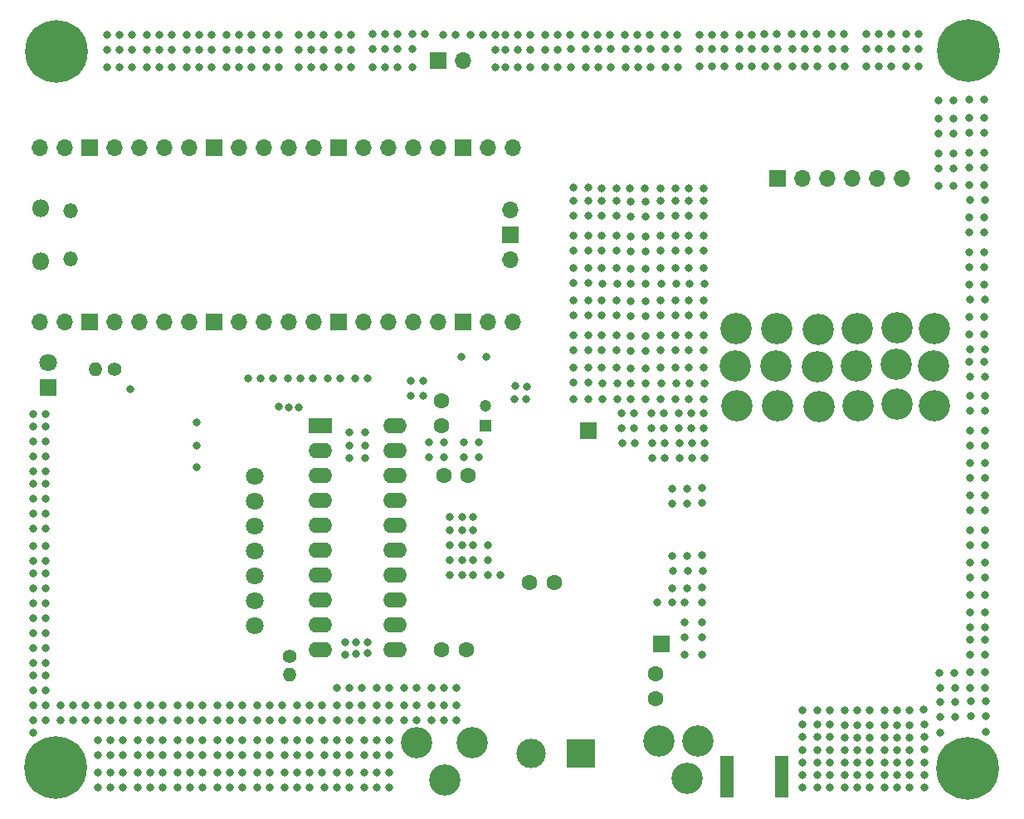
<source format=gbr>
%TF.GenerationSoftware,KiCad,Pcbnew,(7.0.0-rc2-19-gbcc1e28bab)*%
%TF.CreationDate,2023-01-26T23:12:18-08:00*%
%TF.ProjectId,Amplified-WSPR-Beacon-v3,416d706c-6966-4696-9564-2d575350522d,rev?*%
%TF.SameCoordinates,Original*%
%TF.FileFunction,Soldermask,Bot*%
%TF.FilePolarity,Negative*%
%FSLAX46Y46*%
G04 Gerber Fmt 4.6, Leading zero omitted, Abs format (unit mm)*
G04 Created by KiCad (PCBNEW (7.0.0-rc2-19-gbcc1e28bab)) date 2023-01-26 23:12:18*
%MOMM*%
%LPD*%
G01*
G04 APERTURE LIST*
%ADD10R,1.200000X1.200000*%
%ADD11C,1.200000*%
%ADD12R,1.350000X4.200000*%
%ADD13R,1.800000X1.800000*%
%ADD14C,1.800000*%
%ADD15C,0.800000*%
%ADD16C,6.400000*%
%ADD17C,1.600000*%
%ADD18R,1.700000X1.700000*%
%ADD19O,1.700000X1.700000*%
%ADD20O,1.800000X1.800000*%
%ADD21O,1.500000X1.500000*%
%ADD22R,3.000000X3.000000*%
%ADD23C,3.000000*%
%ADD24R,2.400000X1.600000*%
%ADD25O,2.400000X1.600000*%
%ADD26C,1.400000*%
%ADD27O,1.400000X1.400000*%
%ADD28C,3.200000*%
G04 APERTURE END LIST*
D10*
%TO.C,C8*%
X136849999Y-98222599D03*
D11*
X136850000Y-96222600D03*
%TD*%
D12*
%TO.C,J1*%
X161454999Y-134039999D03*
X167104999Y-134039999D03*
%TD*%
D13*
%TO.C,D1*%
X92239999Y-94354999D03*
D14*
X92240000Y-91815000D03*
%TD*%
%TO.C,U2*%
X113301000Y-103386350D03*
X113301000Y-105926350D03*
X113301000Y-108466350D03*
X113301000Y-111006350D03*
X113301000Y-113546350D03*
X113301000Y-116086350D03*
X113301000Y-118626350D03*
%TD*%
D15*
%TO.C,H4*%
X183620000Y-133190000D03*
X184322944Y-131492944D03*
X184322944Y-134887056D03*
X186020000Y-130790000D03*
D16*
X186020000Y-133190000D03*
D15*
X186020000Y-135590000D03*
X187717056Y-131492944D03*
X187717056Y-134887056D03*
X188420000Y-133190000D03*
%TD*%
D17*
%TO.C,C3*%
X154210000Y-126070000D03*
X154210000Y-123570000D03*
%TD*%
D18*
%TO.C,TP1*%
X147359999Y-98719999D03*
%TD*%
%TO.C,TP2*%
X154769999Y-120509999D03*
%TD*%
D17*
%TO.C,C7*%
X132340000Y-95720000D03*
X132340000Y-98220000D03*
%TD*%
D18*
%TO.C,SW1*%
X132039999Y-61019999D03*
D19*
X134579999Y-61019999D03*
%TD*%
D15*
%TO.C,H2*%
X183680000Y-60010000D03*
X184382944Y-58312944D03*
X184382944Y-61707056D03*
X186080000Y-57610000D03*
D16*
X186080000Y-60010000D03*
D15*
X186080000Y-62410000D03*
X187777056Y-58312944D03*
X187777056Y-61707056D03*
X188480000Y-60010000D03*
%TD*%
D18*
%TO.C,RTC1*%
X166654999Y-72999999D03*
D19*
X169194999Y-72999999D03*
X171734999Y-72999999D03*
X174274999Y-72999999D03*
X176814999Y-72999999D03*
X179354999Y-72999999D03*
%TD*%
D15*
%TO.C,H1*%
X90710000Y-60040000D03*
X91412944Y-58342944D03*
X91412944Y-61737056D03*
X93110000Y-57640000D03*
D16*
X93110000Y-60040000D03*
D15*
X93110000Y-62440000D03*
X94807056Y-58342944D03*
X94807056Y-61737056D03*
X95510000Y-60040000D03*
%TD*%
D20*
%TO.C,U1*%
X91480999Y-81498999D03*
D21*
X94510999Y-81198999D03*
X94510999Y-76348999D03*
D20*
X91480999Y-76048999D03*
D19*
X91350999Y-87663999D03*
X93890999Y-87663999D03*
D18*
X96430999Y-87663999D03*
D19*
X98970999Y-87663999D03*
X101510999Y-87663999D03*
X104050999Y-87663999D03*
X106590999Y-87663999D03*
D18*
X109130999Y-87663999D03*
D19*
X111670999Y-87663999D03*
X114210999Y-87663999D03*
X116750999Y-87663999D03*
X119290999Y-87663999D03*
D18*
X121830999Y-87663999D03*
D19*
X124370999Y-87663999D03*
X126910999Y-87663999D03*
X129450999Y-87663999D03*
X131990999Y-87663999D03*
D18*
X134530999Y-87663999D03*
D19*
X137070999Y-87663999D03*
X139610999Y-87663999D03*
X139610999Y-69883999D03*
X137070999Y-69883999D03*
D18*
X134530999Y-69883999D03*
D19*
X131990999Y-69883999D03*
X129450999Y-69883999D03*
X126910999Y-69883999D03*
X124370999Y-69883999D03*
D18*
X121830999Y-69883999D03*
D19*
X119290999Y-69883999D03*
X116750999Y-69883999D03*
X114210999Y-69883999D03*
X111670999Y-69883999D03*
D18*
X109130999Y-69883999D03*
D19*
X106590999Y-69883999D03*
X104050999Y-69883999D03*
X101510999Y-69883999D03*
X98970999Y-69883999D03*
D18*
X96430999Y-69883999D03*
D19*
X93890999Y-69883999D03*
X91350999Y-69883999D03*
X139380999Y-81313999D03*
D18*
X139380999Y-78773999D03*
D19*
X139380999Y-76233999D03*
%TD*%
D17*
%TO.C,C4*%
X134870000Y-121080000D03*
X132370000Y-121080000D03*
%TD*%
D22*
%TO.C,ANTENNA1*%
X146539999Y-131649999D03*
D23*
X141460000Y-131650000D03*
%TD*%
D24*
%TO.C,U3*%
X119997999Y-98231999D03*
D25*
X119997999Y-100771999D03*
X119997999Y-103311999D03*
X119997999Y-105851999D03*
X119997999Y-108391999D03*
X119997999Y-110931999D03*
X119997999Y-113471999D03*
X119997999Y-116011999D03*
X119997999Y-118551999D03*
X119997999Y-121091999D03*
X127617999Y-121091999D03*
X127617999Y-118551999D03*
X127617999Y-116011999D03*
X127617999Y-113471999D03*
X127617999Y-110931999D03*
X127617999Y-108391999D03*
X127617999Y-105851999D03*
X127617999Y-103311999D03*
X127617999Y-100771999D03*
X127617999Y-98231999D03*
%TD*%
D15*
%TO.C,H3*%
X93000000Y-135500000D03*
X91302944Y-134797056D03*
X94697056Y-134797056D03*
X90600000Y-133100000D03*
D16*
X93000000Y-133100000D03*
D15*
X95400000Y-133100000D03*
X91302944Y-131402944D03*
X94697056Y-131402944D03*
X93000000Y-130700000D03*
%TD*%
D17*
%TO.C,C1*%
X135080000Y-103310000D03*
X132580000Y-103310000D03*
%TD*%
D26*
%TO.C,R1*%
X116840000Y-121777000D03*
D27*
X116839999Y-123676999D03*
%TD*%
D17*
%TO.C,C2*%
X143860000Y-114280000D03*
X141360000Y-114280000D03*
%TD*%
D26*
%TO.C,R2*%
X98970000Y-92510000D03*
D27*
X97069999Y-92509999D03*
%TD*%
D15*
X131318000Y-128270000D03*
X113538000Y-126746000D03*
X135342000Y-58328000D03*
X186206000Y-87160000D03*
X100798000Y-59852000D03*
X162774000Y-58328000D03*
X153200000Y-83770000D03*
X172008000Y-135162000D03*
X90728000Y-126780000D03*
X147026000Y-58328000D03*
X136176000Y-99950000D03*
X157410000Y-104690000D03*
X105460000Y-126780000D03*
X173466000Y-59804000D03*
X145786000Y-73990000D03*
X91998000Y-123732000D03*
X159980000Y-58328000D03*
X187730000Y-83858000D03*
X152022000Y-98532000D03*
X178866000Y-132622000D03*
X109524000Y-133638000D03*
X184620000Y-70446000D03*
X186266000Y-120082000D03*
X157176000Y-121632000D03*
X151616000Y-74040000D03*
X91998000Y-125256000D03*
X116702000Y-93400000D03*
X93522000Y-128304000D03*
X170688000Y-133858000D03*
X154710000Y-92332000D03*
X147370000Y-83720000D03*
X112064000Y-130336000D03*
D28*
X132690000Y-134400000D03*
D15*
X157600000Y-75334000D03*
X127875000Y-58326000D03*
X170684000Y-61602000D03*
X91948000Y-119380000D03*
X157410000Y-106214000D03*
X117602000Y-133604000D03*
X120396000Y-130302000D03*
X138910000Y-61650000D03*
X121716000Y-135162000D03*
X112990000Y-59852000D03*
X155936000Y-113106000D03*
X178866000Y-135162000D03*
X117830000Y-96360000D03*
X172208000Y-61602000D03*
X176062000Y-131324000D03*
X112064000Y-126780000D03*
X174802000Y-132622000D03*
X154710000Y-80394000D03*
X153150000Y-92372000D03*
X102666000Y-130336000D03*
X148334000Y-59840000D03*
X113588000Y-131860000D03*
X125730000Y-128270000D03*
X187730000Y-73698000D03*
X97332000Y-133638000D03*
X116332000Y-130302000D03*
X100798000Y-58328000D03*
X166570000Y-58292000D03*
X133170000Y-110420000D03*
X180998000Y-59782000D03*
X152048000Y-100006000D03*
D28*
X182630000Y-88370000D03*
D15*
X112064000Y-131860000D03*
X187790000Y-112208000D03*
X169164000Y-132588000D03*
X156424000Y-58328000D03*
X156594000Y-97008000D03*
X157176000Y-118330000D03*
X102334000Y-61650000D03*
X134440000Y-108896000D03*
X150752000Y-97008000D03*
X99872000Y-126780000D03*
X116382000Y-135162000D03*
X106730000Y-133638000D03*
X120356000Y-58328000D03*
X187860000Y-126362000D03*
X157600000Y-92352000D03*
X174792000Y-131324000D03*
X156234000Y-80394000D03*
X90728000Y-120938000D03*
X133858000Y-124968000D03*
X137894000Y-61650000D03*
X183096000Y-73748000D03*
X129794000Y-128270000D03*
X94792000Y-128304000D03*
X151626000Y-89070000D03*
X157600000Y-80414000D03*
X106386000Y-59852000D03*
X98602000Y-126780000D03*
D28*
X154550000Y-130460000D03*
D15*
X178216000Y-61580000D03*
X150260000Y-78890000D03*
X187730000Y-78524000D03*
X90678000Y-112014000D03*
X103936000Y-130336000D03*
X147320000Y-82162000D03*
X153680000Y-61638000D03*
X121880000Y-59852000D03*
X178204000Y-59782000D03*
X147320000Y-85464000D03*
X186206000Y-91732000D03*
X151626000Y-80434000D03*
X94792000Y-126780000D03*
X107656000Y-58328000D03*
X168094000Y-58292000D03*
X186206000Y-88938000D03*
X142962000Y-59852000D03*
X114514000Y-58328000D03*
X124560000Y-101560000D03*
X154710000Y-78870000D03*
X90728000Y-97062000D03*
X187790000Y-110430000D03*
X148726000Y-74020000D03*
X145540000Y-59840000D03*
X90728000Y-125256000D03*
X90728000Y-98332000D03*
D28*
X166580000Y-88370000D03*
D15*
X108938000Y-61650000D03*
X158660000Y-59818000D03*
X90678000Y-102870000D03*
X124510000Y-135162000D03*
X161250000Y-58328000D03*
X100810000Y-61650000D03*
X133858000Y-126746000D03*
X187700000Y-65000000D03*
X127887000Y-61648000D03*
X110450000Y-59852000D03*
X156620000Y-101530000D03*
X180066000Y-127274000D03*
X151626000Y-90594000D03*
X145552000Y-61638000D03*
X186326000Y-124980000D03*
X157890000Y-100006000D03*
X150310000Y-93910000D03*
X135586000Y-110438000D03*
X170688000Y-132588000D03*
X135586000Y-113486000D03*
X109524000Y-130336000D03*
X123150000Y-59852000D03*
X96062000Y-126780000D03*
X122936000Y-130302000D03*
X173532000Y-133892000D03*
X186206000Y-77000000D03*
X123660000Y-120360000D03*
X128524000Y-128270000D03*
X150260000Y-82192000D03*
D28*
X178800000Y-88240000D03*
D15*
X159004000Y-113030000D03*
X98258000Y-59852000D03*
X181600000Y-128750000D03*
X154710000Y-85474000D03*
X174792000Y-130054000D03*
X147320000Y-75304000D03*
X156462000Y-59840000D03*
X151626000Y-75354000D03*
X119098000Y-61650000D03*
X186266000Y-106874000D03*
X156474000Y-61638000D03*
X98602000Y-135162000D03*
X156284000Y-93890000D03*
X115178000Y-93400000D03*
X159124000Y-82192000D03*
X148736000Y-92352000D03*
X144232000Y-58328000D03*
X151128000Y-59840000D03*
X187790000Y-106874000D03*
X169402000Y-59804000D03*
X187730000Y-82080000D03*
X142974000Y-61650000D03*
X110794000Y-131860000D03*
X116078000Y-128270000D03*
X112064000Y-135162000D03*
X108000000Y-128304000D03*
X103936000Y-135162000D03*
X187730000Y-71920000D03*
X153150000Y-85514000D03*
X162736000Y-61616000D03*
D28*
X178730000Y-92000000D03*
D15*
X150260000Y-87018000D03*
D28*
X170860000Y-96260000D03*
D15*
X158710000Y-58328000D03*
X170738000Y-135162000D03*
X101396000Y-128304000D03*
X124460000Y-133604000D03*
X137882000Y-59852000D03*
X159124000Y-90574000D03*
X118872000Y-128270000D03*
X112064000Y-128304000D03*
X129399000Y-59850000D03*
X145796000Y-90544000D03*
X102322000Y-59852000D03*
X187790000Y-120082000D03*
X159160000Y-100006000D03*
X175714000Y-58292000D03*
X138898000Y-59852000D03*
D28*
X158530000Y-130390000D03*
X174780000Y-88370000D03*
D15*
X105460000Y-133638000D03*
X102666000Y-126780000D03*
X151676000Y-83770000D03*
X181600000Y-131290000D03*
X177586000Y-131324000D03*
X126605000Y-59850000D03*
X176002000Y-127274000D03*
X153150000Y-78910000D03*
X154734000Y-95540000D03*
X151140000Y-61638000D03*
X91948000Y-102870000D03*
X187730000Y-68364000D03*
X90678000Y-119380000D03*
X158954000Y-119854000D03*
X159134000Y-98532000D03*
X90728000Y-128304000D03*
X91998000Y-99856000D03*
X153200000Y-93930000D03*
X186266000Y-102048000D03*
X103936000Y-133638000D03*
X149616000Y-61638000D03*
X145846000Y-93880000D03*
X153630000Y-58328000D03*
X124850000Y-121480000D03*
X103604000Y-61650000D03*
X157650000Y-83750000D03*
X157410000Y-111548000D03*
X183166000Y-123472000D03*
X130480000Y-95220000D03*
X115796000Y-61650000D03*
X105460000Y-131860000D03*
X122936000Y-133604000D03*
X157600000Y-85494000D03*
X125730000Y-131826000D03*
X176072000Y-133892000D03*
X110794000Y-126780000D03*
X110794000Y-128304000D03*
X125347000Y-61648000D03*
X178254000Y-58292000D03*
X147320000Y-86988000D03*
X108000000Y-135162000D03*
X154382000Y-116298000D03*
X132620000Y-101474000D03*
X96062000Y-128304000D03*
X102666000Y-128304000D03*
X137110000Y-113486000D03*
X181610000Y-132588000D03*
X173428000Y-58292000D03*
X184620000Y-73748000D03*
X129210000Y-93696000D03*
X127050000Y-135162000D03*
X157176000Y-116298000D03*
X187730000Y-88938000D03*
X168144000Y-61602000D03*
X147320000Y-89020000D03*
X154710000Y-76838000D03*
X114526000Y-61650000D03*
X186256000Y-85416000D03*
X186386000Y-127920000D03*
X156234000Y-86998000D03*
X119086000Y-59852000D03*
X180126000Y-130054000D03*
X148736000Y-85494000D03*
X145796000Y-89020000D03*
X148736000Y-76858000D03*
X108000000Y-131860000D03*
X159134000Y-97008000D03*
X145820000Y-95530000D03*
X148786000Y-83750000D03*
X148736000Y-90574000D03*
X157600000Y-76858000D03*
X155070000Y-98532000D03*
X181610000Y-133858000D03*
X155096000Y-100006000D03*
D28*
X182560000Y-92130000D03*
D15*
X165338000Y-59804000D03*
X122936000Y-131826000D03*
X145796000Y-92322000D03*
X151626000Y-87038000D03*
X187780000Y-75256000D03*
X131318000Y-124968000D03*
X153150000Y-76878000D03*
X155886000Y-111548000D03*
X91948000Y-104140000D03*
X99528000Y-59852000D03*
X123162000Y-61650000D03*
X101396000Y-135162000D03*
X109524000Y-135162000D03*
X101396000Y-126780000D03*
X181010000Y-61580000D03*
X115784000Y-59852000D03*
X170634000Y-58292000D03*
X171948000Y-128750000D03*
X152360000Y-58328000D03*
X181600000Y-130020000D03*
X149604000Y-59840000D03*
X128524000Y-126746000D03*
X154710000Y-90554000D03*
X115784000Y-58328000D03*
X107668000Y-61650000D03*
X110794000Y-133638000D03*
X186256000Y-90496000D03*
X138898000Y-58328000D03*
X98602000Y-130336000D03*
X112064000Y-133638000D03*
X90678000Y-117856000D03*
X153150000Y-82212000D03*
X186176000Y-65000000D03*
X156234000Y-85474000D03*
X145796000Y-80384000D03*
X141040000Y-94240000D03*
X90678000Y-110490000D03*
X187780000Y-85416000D03*
X90728000Y-129574000D03*
X116810000Y-96360000D03*
X91948000Y-105664000D03*
X103936000Y-126780000D03*
X118872000Y-130302000D03*
X186266000Y-108906000D03*
X125730000Y-126746000D03*
X127000000Y-126746000D03*
X131096000Y-99950000D03*
X187884000Y-129520000D03*
X157624000Y-95560000D03*
X177596000Y-133892000D03*
D28*
X162350000Y-92130000D03*
D15*
X98602000Y-128304000D03*
X122560000Y-120350000D03*
X91998000Y-120938000D03*
X169154000Y-130020000D03*
X159174000Y-83750000D03*
X187790000Y-102048000D03*
X151626000Y-82212000D03*
X119242000Y-93400000D03*
X173522000Y-131324000D03*
X135596000Y-107538000D03*
X114858000Y-130336000D03*
X110450000Y-58328000D03*
X150260000Y-76858000D03*
X98258000Y-58328000D03*
X121666000Y-124968000D03*
X134652000Y-99950000D03*
X169154000Y-128750000D03*
X107656000Y-59852000D03*
X159124000Y-75334000D03*
X186266000Y-96714000D03*
X154760000Y-93890000D03*
X133858000Y-128270000D03*
X110794000Y-135162000D03*
X179778000Y-58292000D03*
X157460000Y-113106000D03*
X147344000Y-95530000D03*
X148786000Y-93910000D03*
X138380000Y-113486000D03*
X158954000Y-116298000D03*
X117972000Y-93400000D03*
X159160000Y-101530000D03*
X184620000Y-68414000D03*
X187730000Y-77000000D03*
D28*
X162420000Y-88370000D03*
D15*
X170678000Y-130020000D03*
X128524000Y-124968000D03*
X124206000Y-128270000D03*
X97332000Y-128304000D03*
X97332000Y-126780000D03*
X183276000Y-127970000D03*
X134440000Y-113468000D03*
X93522000Y-126780000D03*
X184800000Y-127970000D03*
X174732000Y-127274000D03*
D28*
X174820000Y-96190000D03*
D15*
X98602000Y-131860000D03*
X91948000Y-116332000D03*
X144232000Y-59852000D03*
X122560000Y-121580000D03*
X186206000Y-68364000D03*
X139840000Y-95530000D03*
X152398000Y-59840000D03*
X91948000Y-108712000D03*
X125335000Y-59850000D03*
X174802000Y-133892000D03*
X150752000Y-98532000D03*
X136176000Y-101474000D03*
X132588000Y-128270000D03*
D28*
X166620000Y-96190000D03*
D15*
X186256000Y-75256000D03*
X154710000Y-89030000D03*
X141438000Y-58328000D03*
X136906000Y-91186000D03*
X117652000Y-135162000D03*
X106730000Y-126780000D03*
X91998000Y-122462000D03*
X166608000Y-59804000D03*
D28*
X135480000Y-130560000D03*
D15*
X186266000Y-110430000D03*
X134416000Y-91220000D03*
X101396000Y-130336000D03*
X120142000Y-126746000D03*
X169144000Y-127274000D03*
X120142000Y-128270000D03*
X132588000Y-124968000D03*
X156234000Y-76838000D03*
X132548000Y-58328000D03*
X186266000Y-95190000D03*
X106730000Y-128304000D03*
X148760000Y-95560000D03*
X90728000Y-122462000D03*
X113588000Y-133638000D03*
X178796000Y-127274000D03*
X170668000Y-127274000D03*
X149566000Y-58328000D03*
X157590000Y-74020000D03*
X184740000Y-125030000D03*
X186276000Y-123422000D03*
X124830000Y-93400000D03*
X154710000Y-86998000D03*
X171948000Y-130020000D03*
X144244000Y-61650000D03*
X151626000Y-85514000D03*
X122936000Y-128270000D03*
X183066000Y-65050000D03*
X111732000Y-61650000D03*
X159124000Y-92352000D03*
X134652000Y-101474000D03*
X157864000Y-98532000D03*
X157176000Y-119854000D03*
X187790000Y-96714000D03*
X147320000Y-90544000D03*
X129399000Y-58326000D03*
X164044000Y-58328000D03*
X186206000Y-73698000D03*
X90678000Y-105664000D03*
X180136000Y-132622000D03*
X101396000Y-133638000D03*
X127875000Y-59850000D03*
X141000000Y-95530000D03*
X173478000Y-61602000D03*
X124580000Y-98930000D03*
X159114000Y-74020000D03*
X187840000Y-113766000D03*
X113908000Y-93400000D03*
X106730000Y-135162000D03*
X147310000Y-73990000D03*
X150260000Y-89050000D03*
X156594000Y-98532000D03*
X122036000Y-93400000D03*
X186206000Y-66840000D03*
X174792000Y-128784000D03*
X145846000Y-83720000D03*
X156234000Y-90554000D03*
X117602000Y-128270000D03*
X91948000Y-110490000D03*
X114858000Y-131860000D03*
D28*
X170820000Y-88440000D03*
D15*
X187730000Y-80556000D03*
X169214000Y-135162000D03*
X179740000Y-61580000D03*
X99872000Y-135162000D03*
X119086000Y-58328000D03*
X151626000Y-92372000D03*
X133818000Y-58328000D03*
X187800000Y-123422000D03*
X158954000Y-106138000D03*
X159148000Y-95560000D03*
X156234000Y-82172000D03*
X145796000Y-82162000D03*
X173462000Y-127274000D03*
X124206000Y-126746000D03*
X187790000Y-98746000D03*
X104862000Y-58328000D03*
X125730000Y-130302000D03*
X187840000Y-103606000D03*
X186266000Y-100270000D03*
X111720000Y-58328000D03*
X177596000Y-135162000D03*
D28*
X162460000Y-96190000D03*
D15*
X141450000Y-61650000D03*
X156620000Y-100006000D03*
X104862000Y-59852000D03*
X176946000Y-61580000D03*
X121892000Y-61650000D03*
X133170000Y-113468000D03*
X155886000Y-104690000D03*
X122950000Y-98910000D03*
X169364000Y-58292000D03*
X159124000Y-87018000D03*
X125730000Y-124968000D03*
X156284000Y-83730000D03*
X159124000Y-80414000D03*
X186206000Y-70396000D03*
X134450000Y-107520000D03*
X158954000Y-104614000D03*
X99528000Y-58328000D03*
X145796000Y-86988000D03*
X117602000Y-131826000D03*
X187790000Y-95190000D03*
X158954000Y-114774000D03*
X117602000Y-130302000D03*
X168132000Y-59804000D03*
X125780000Y-135162000D03*
X159124000Y-89050000D03*
X129794000Y-126746000D03*
X169414000Y-61602000D03*
X103592000Y-59852000D03*
X91948000Y-112014000D03*
X118872000Y-131826000D03*
X134440000Y-110420000D03*
X174802000Y-135162000D03*
X150310000Y-83750000D03*
X122950000Y-101590000D03*
X176934000Y-59782000D03*
X177586000Y-130054000D03*
X150778000Y-100006000D03*
X112990000Y-58328000D03*
X145502000Y-58328000D03*
X153668000Y-59840000D03*
X171998000Y-131324000D03*
X108000000Y-126780000D03*
X171958000Y-132588000D03*
X157600000Y-78890000D03*
X173522000Y-128784000D03*
X187730000Y-70396000D03*
X181540000Y-127240000D03*
X124460000Y-130302000D03*
X136612000Y-58328000D03*
X152410000Y-61638000D03*
X155204000Y-61638000D03*
D28*
X166510000Y-92130000D03*
D15*
X186206000Y-78524000D03*
X113002000Y-61650000D03*
X134440000Y-111944000D03*
X183096000Y-70446000D03*
X109524000Y-126780000D03*
X156234000Y-75314000D03*
X118872000Y-126746000D03*
X177596000Y-132622000D03*
X90678000Y-108712000D03*
X187790000Y-100270000D03*
X159930000Y-59818000D03*
X122940000Y-100240000D03*
X157600000Y-89050000D03*
X186316000Y-113766000D03*
X118922000Y-135162000D03*
X116332000Y-131826000D03*
X187730000Y-66840000D03*
X170678000Y-128750000D03*
X184620000Y-66890000D03*
X102322000Y-58328000D03*
X90728000Y-123732000D03*
X120368000Y-61650000D03*
X187780000Y-93290000D03*
X120142000Y-133604000D03*
X139850000Y-94220000D03*
X114514000Y-59852000D03*
X153826000Y-101530000D03*
X158672000Y-61616000D03*
X114858000Y-133638000D03*
X187790000Y-117288000D03*
X120446000Y-135162000D03*
X114808000Y-128270000D03*
X105460000Y-128304000D03*
X156234000Y-89030000D03*
X164006000Y-61616000D03*
X123560000Y-93400000D03*
X157600000Y-87018000D03*
X154710000Y-75314000D03*
X178856000Y-131324000D03*
X102666000Y-133638000D03*
X109524000Y-131860000D03*
X153150000Y-87038000D03*
X155886000Y-106214000D03*
X186266000Y-117288000D03*
X116078000Y-126746000D03*
X137110000Y-110438000D03*
X187840000Y-118846000D03*
X129794000Y-124968000D03*
X114858000Y-135162000D03*
X117828000Y-61650000D03*
X140180000Y-61650000D03*
X133170000Y-111944000D03*
X113538000Y-128270000D03*
X187910000Y-127920000D03*
X157650000Y-93910000D03*
X103592000Y-58328000D03*
X180126000Y-128784000D03*
X110462000Y-61650000D03*
X171958000Y-133858000D03*
X97332000Y-131860000D03*
D28*
X170750000Y-92200000D03*
D15*
X155886000Y-114850000D03*
X147320000Y-92322000D03*
X147064000Y-59840000D03*
X184620000Y-71970000D03*
X148296000Y-58328000D03*
X156234000Y-78870000D03*
X102666000Y-135162000D03*
X157864000Y-97008000D03*
X150260000Y-80414000D03*
X161212000Y-61616000D03*
X158954000Y-121632000D03*
X116382000Y-133638000D03*
X176062000Y-130054000D03*
X131096000Y-101474000D03*
X178856000Y-130054000D03*
X121880000Y-58328000D03*
X170672000Y-59804000D03*
X154700000Y-74000000D03*
X101396000Y-131860000D03*
X159942000Y-61616000D03*
X184590000Y-65050000D03*
X186316000Y-121640000D03*
X117816000Y-58328000D03*
X153800000Y-97008000D03*
X141438000Y-59852000D03*
X133170000Y-108896000D03*
X99872000Y-131860000D03*
X132620000Y-99950000D03*
X102666000Y-131860000D03*
X148736000Y-89050000D03*
D28*
X174710000Y-92130000D03*
D15*
X151650000Y-95580000D03*
X132588000Y-126746000D03*
X148736000Y-78890000D03*
X130669000Y-58326000D03*
X137110000Y-111962000D03*
X106386000Y-58328000D03*
X151090000Y-58328000D03*
X163994000Y-59818000D03*
X154760000Y-83730000D03*
X183250000Y-129570000D03*
X108926000Y-59852000D03*
X173522000Y-130054000D03*
X156234000Y-92332000D03*
X148736000Y-87018000D03*
X172196000Y-59804000D03*
X121666000Y-128270000D03*
X157410000Y-114850000D03*
X106730000Y-130336000D03*
X159124000Y-85494000D03*
X122936000Y-126746000D03*
X140168000Y-58328000D03*
X153174000Y-95580000D03*
X177586000Y-128784000D03*
X105460000Y-135162000D03*
X186316000Y-103606000D03*
X155906000Y-116298000D03*
X129210000Y-95220000D03*
X123640000Y-121540000D03*
X147320000Y-76828000D03*
X154710000Y-82172000D03*
X186256000Y-93290000D03*
X125730000Y-133604000D03*
X178856000Y-128784000D03*
X110794000Y-130336000D03*
X145796000Y-75304000D03*
X108926000Y-58328000D03*
X155070000Y-97008000D03*
X91948000Y-101346000D03*
X186266000Y-98746000D03*
X165300000Y-58292000D03*
X162724000Y-59818000D03*
X173532000Y-135162000D03*
X91998000Y-128304000D03*
X91948000Y-117856000D03*
X117602000Y-126746000D03*
X155096000Y-101530000D03*
X127000000Y-133604000D03*
X112638000Y-93400000D03*
X121666000Y-126746000D03*
X153800000Y-98532000D03*
X100640000Y-94500000D03*
X186336000Y-126362000D03*
X114808000Y-126746000D03*
X124810000Y-120360000D03*
X187790000Y-115510000D03*
X108000000Y-133638000D03*
X124206000Y-124968000D03*
X90728000Y-99856000D03*
X91948000Y-114808000D03*
X127000000Y-128270000D03*
X126605000Y-58326000D03*
X98270000Y-61650000D03*
X184690000Y-123472000D03*
X118872000Y-133604000D03*
X107380000Y-97940000D03*
D28*
X157430000Y-134260000D03*
D15*
X186266000Y-112208000D03*
X177526000Y-127274000D03*
X187730000Y-87160000D03*
X186206000Y-71920000D03*
X187790000Y-108906000D03*
X153150000Y-90594000D03*
X106730000Y-131860000D03*
X130480000Y-93696000D03*
X99872000Y-133638000D03*
X172158000Y-58292000D03*
X90678000Y-114808000D03*
X113588000Y-135162000D03*
X157600000Y-82192000D03*
X91948000Y-113284000D03*
X186266000Y-115510000D03*
X187840000Y-121640000D03*
X140168000Y-59852000D03*
D28*
X129810000Y-130600000D03*
D15*
X105460000Y-130336000D03*
X170728000Y-131324000D03*
X135586000Y-111962000D03*
X187730000Y-91732000D03*
X122986000Y-135162000D03*
X121666000Y-131826000D03*
X90678000Y-116332000D03*
X153150000Y-89070000D03*
X148736000Y-75334000D03*
X169164000Y-133858000D03*
X120766000Y-93400000D03*
X148346000Y-61638000D03*
X187790000Y-105350000D03*
X171938000Y-127274000D03*
X153150000Y-80434000D03*
X127000000Y-130302000D03*
X155154000Y-58328000D03*
X107380000Y-100260000D03*
X103936000Y-128304000D03*
X142962000Y-58328000D03*
X183096000Y-68414000D03*
X145796000Y-85464000D03*
X150260000Y-85494000D03*
X179728000Y-59782000D03*
X148736000Y-80414000D03*
X153140000Y-74040000D03*
X103936000Y-131860000D03*
X90678000Y-113284000D03*
X161200000Y-59818000D03*
X98602000Y-133638000D03*
X120356000Y-59852000D03*
X124560000Y-100270000D03*
X120396000Y-131826000D03*
X183216000Y-125030000D03*
X151626000Y-78910000D03*
X148736000Y-82192000D03*
X90678000Y-104140000D03*
X124460000Y-131826000D03*
X91948000Y-107188000D03*
X109524000Y-128304000D03*
X97332000Y-135162000D03*
X180136000Y-133892000D03*
X176072000Y-132622000D03*
X111720000Y-59852000D03*
X166620000Y-61602000D03*
X129411000Y-61648000D03*
X187850000Y-124980000D03*
X169204000Y-131324000D03*
X97332000Y-130336000D03*
X121666000Y-130302000D03*
X175664000Y-59782000D03*
X187780000Y-90496000D03*
X159124000Y-78890000D03*
X127000000Y-124968000D03*
X107380000Y-102460000D03*
X186266000Y-105350000D03*
X176072000Y-135162000D03*
X150250000Y-74020000D03*
X131318000Y-126746000D03*
X90678000Y-107188000D03*
X157890000Y-101530000D03*
X176062000Y-128784000D03*
X147320000Y-80384000D03*
X117816000Y-59852000D03*
X108000000Y-130336000D03*
X151676000Y-93930000D03*
X176984000Y-58292000D03*
X186316000Y-118846000D03*
D28*
X178840000Y-96060000D03*
D15*
X153150000Y-75354000D03*
X115750000Y-96340000D03*
X113588000Y-130336000D03*
X123150000Y-58328000D03*
X91998000Y-126780000D03*
X145796000Y-78860000D03*
X183096000Y-71970000D03*
X126617000Y-61648000D03*
X147076000Y-61638000D03*
X151626000Y-76878000D03*
X186206000Y-83858000D03*
X153826000Y-100006000D03*
X125335000Y-58326000D03*
X121666000Y-133604000D03*
X186206000Y-80556000D03*
X159174000Y-93910000D03*
X135586000Y-108914000D03*
X178866000Y-133892000D03*
X137882000Y-58328000D03*
X127000000Y-131826000D03*
X173532000Y-132622000D03*
X145796000Y-76828000D03*
X180126000Y-131324000D03*
X180136000Y-135162000D03*
X147320000Y-78860000D03*
X155192000Y-59840000D03*
X152022000Y-97008000D03*
X91998000Y-97062000D03*
X156224000Y-74000000D03*
X159124000Y-76858000D03*
X122936000Y-124968000D03*
X99872000Y-130336000D03*
X99540000Y-61650000D03*
X186206000Y-82080000D03*
D28*
X182670000Y-96190000D03*
D15*
X106398000Y-61650000D03*
X165350000Y-61602000D03*
X184750000Y-126412000D03*
X181048000Y-58292000D03*
X104874000Y-61650000D03*
X183096000Y-66890000D03*
X91998000Y-98332000D03*
X150260000Y-75334000D03*
X183226000Y-126412000D03*
X156258000Y-95540000D03*
X150260000Y-92352000D03*
X133180000Y-107520000D03*
X181610000Y-135128000D03*
X158954000Y-111472000D03*
X158954000Y-118330000D03*
X90678000Y-101346000D03*
X150284000Y-95560000D03*
X175676000Y-61580000D03*
X150260000Y-90574000D03*
X147370000Y-93880000D03*
X99872000Y-128304000D03*
X157600000Y-90574000D03*
M02*

</source>
